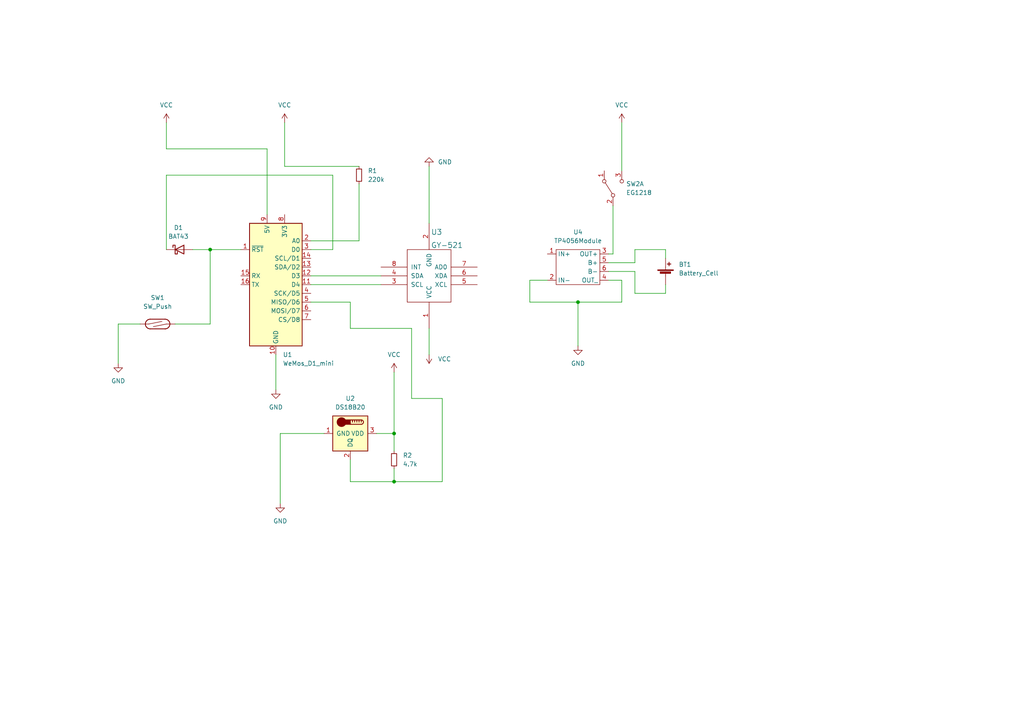
<source format=kicad_sch>
(kicad_sch (version 20211123) (generator eeschema)
  (paper "A4")
  (lib_symbols
    (symbol "Device:Battery_Cell" (pin_numbers hide) (pin_names (offset 0) hide)
      (property "Reference" "BT" (at 2.54 2.54 0))
      (property "Value" "Battery_Cell" (at 2.54 0 0))
      (symbol "Battery_Cell_0_1"
        (rectangle (start -2.286 1.778) (end 2.286 1.524) (fill (type outline)))
        (rectangle (start -1.5748 1.1938) (end 1.4732 0.6858) (fill (type outline)))
        (polyline (pts (xy 0 0.762) (xy 0 0)))
        (polyline (pts (xy 0 1.778) (xy 0 2.54)))
        (polyline (pts (xy 0.508 3.429) (xy 1.524 3.429)) (stroke (width 0.254)))
        (polyline (pts (xy 1.016 3.937) (xy 1.016 2.921)) (stroke (width 0.254)))
      )
      (symbol "Battery_Cell_1_1"
        (pin passive line (at 0 5.08 270) (length 2.54) (name "+") (number "1"))
        (pin passive line (at 0 -2.54 90) (length 2.54) (name "-") (number "2"))
      )
    )
    (symbol "Device:R_Small" (pin_numbers hide) (pin_names (offset 0.254) hide)
      (property "Reference" "R" (at 0.762 0.508 0))
      (property "Value" "R_Small" (at 0.762 -1.016 0))
      (symbol "R_Small_0_1"
        (rectangle (start -0.762 1.778) (end 0.762 -1.778) (stroke (width 0.2032)))
      )
      (symbol "R_Small_1_1"
        (pin passive line (at 0 2.54 270) (length 0.762) (name "~") (number "1"))
        (pin passive line (at 0 -2.54 90) (length 0.762) (name "~") (number "2"))
      )
    )
    (symbol "Diode:BAT43" (pin_numbers hide) (pin_names (offset 1.016) hide)
      (property "Reference" "D" (at 0 2.54 0))
      (property "Value" "BAT43" (at 0 -2.54 0))
      (symbol "BAT43_0_1"
        (polyline (pts (xy 1.27 0) (xy -1.27 0)))
        (polyline (pts (xy 1.27 1.27) (xy 1.27 -1.27) (xy -1.27 0) (xy 1.27 1.27)) (stroke (width 0.254)))
        (polyline (pts (xy -1.905 0.635) (xy -1.905 1.27) (xy -1.27 1.27) (xy -1.27 -1.27) (xy -0.635 -1.27) (xy -0.635 -0.635)) (stroke (width 0.254)))
      )
      (symbol "BAT43_1_1"
        (pin passive line (at -3.81 0 0) (length 2.54) (name "K") (number "1"))
        (pin passive line (at 3.81 0 180) (length 2.54) (name "A") (number "2"))
      )
    )
    (symbol "MCU_Module:WeMos_D1_mini"
      (property "Reference" "U" (at 3.81 19.05 0))
      (property "Value" "WeMos_D1_mini" (at 1.27 -19.05 0))
      (symbol "WeMos_D1_mini_1_1"
        (rectangle (start -7.62 17.78) (end 7.62 -17.78) (stroke (width 0.254)) (fill (type background)))
        (pin input line (at -10.16 10.16 0) (length 2.54) (name "~{RST}") (number "1"))
        (pin power_in line (at 0 -20.32 90) (length 2.54) (name "GND") (number "10"))
        (pin bidirectional line (at 10.16 0 180) (length 2.54) (name "D4") (number "11"))
        (pin bidirectional line (at 10.16 2.54 180) (length 2.54) (name "D3") (number "12"))
        (pin bidirectional line (at 10.16 5.08 180) (length 2.54) (name "SDA/D2") (number "13"))
        (pin bidirectional line (at 10.16 7.62 180) (length 2.54) (name "SCL/D1") (number "14"))
        (pin input line (at -10.16 2.54 0) (length 2.54) (name "RX") (number "15"))
        (pin output line (at -10.16 0 0) (length 2.54) (name "TX") (number "16"))
        (pin input line (at 10.16 12.7 180) (length 2.54) (name "A0") (number "2"))
        (pin bidirectional line (at 10.16 10.16 180) (length 2.54) (name "D0") (number "3"))
        (pin bidirectional line (at 10.16 -2.54 180) (length 2.54) (name "SCK/D5") (number "4"))
        (pin bidirectional line (at 10.16 -5.08 180) (length 2.54) (name "MISO/D6") (number "5"))
        (pin bidirectional line (at 10.16 -7.62 180) (length 2.54) (name "MOSI/D7") (number "6"))
        (pin bidirectional line (at 10.16 -10.16 180) (length 2.54) (name "CS/D8") (number "7"))
        (pin power_out line (at 2.54 20.32 270) (length 2.54) (name "3V3") (number "8"))
        (pin power_in line (at -2.54 20.32 270) (length 2.54) (name "5V") (number "9"))
      )
    )
    (symbol "Sensor_Temperature:DS18B20" (pin_names (offset 1.016))
      (property "Reference" "U" (at -3.81 6.35 0))
      (property "Value" "DS18B20" (at 6.35 6.35 0))
      (symbol "DS18B20_0_1"
        (rectangle (start -5.08 5.08) (end 5.08 -5.08) (stroke (width 0.254)) (fill (type background)))
        (circle (center -3.302 -2.54) (radius 1.27) (stroke (width 0.254)) (fill (type outline)))
        (rectangle (start -2.667 -1.905) (end -3.937 0) (stroke (width 0.254)) (fill (type outline)))
        (arc (start -2.667 3.175) (mid -3.302 3.81) (end -3.937 3.175) (stroke (width 0.254)))
        (polyline (pts (xy -3.937 0.635) (xy -3.302 0.635)) (stroke (width 0.254)))
        (polyline (pts (xy -3.937 1.27) (xy -3.302 1.27)) (stroke (width 0.254)))
        (polyline (pts (xy -3.937 1.905) (xy -3.302 1.905)) (stroke (width 0.254)))
        (polyline (pts (xy -3.937 2.54) (xy -3.302 2.54)) (stroke (width 0.254)))
        (polyline (pts (xy -3.937 3.175) (xy -3.937 0)) (stroke (width 0.254)))
        (polyline (pts (xy -3.937 3.175) (xy -3.302 3.175)) (stroke (width 0.254)))
        (polyline (pts (xy -2.667 3.175) (xy -2.667 0)) (stroke (width 0.254)))
      )
      (symbol "DS18B20_1_1"
        (pin power_in line (at 0 -7.62 90) (length 2.54) (name "GND") (number "1"))
        (pin bidirectional line (at 7.62 0 180) (length 2.54) (name "DQ") (number "2"))
        (pin power_in line (at 0 7.62 270) (length 2.54) (name "VDD") (number "3"))
      )
    )
    (symbol "Switch:SW_DPDT_x2" (pin_names (offset 0) hide)
      (property "Reference" "SW" (at 0 4.318 0))
      (property "Value" "SW_DPDT_x2" (at 0 -5.08 0))
      (symbol "SW_DPDT_x2_0_0"
        (circle (center -2.032 0) (radius 0.508))
        (circle (center 2.032 -2.54) (radius 0.508))
      )
      (symbol "SW_DPDT_x2_0_1"
        (polyline (pts (xy -1.524 0.254) (xy 1.651 2.286)))
        (circle (center 2.032 2.54) (radius 0.508))
      )
      (symbol "SW_DPDT_x2_1_1"
        (pin passive line (at 5.08 2.54 180) (length 2.54) (name "A") (number "1"))
        (pin passive line (at -5.08 0 0) (length 2.54) (name "B") (number "2"))
        (pin passive line (at 5.08 -2.54 180) (length 2.54) (name "C") (number "3"))
      )
      (symbol "SW_DPDT_x2_2_1"
        (pin passive line (at 5.08 2.54 180) (length 2.54) (name "A") (number "4"))
        (pin passive line (at -5.08 0 0) (length 2.54) (name "B") (number "5"))
        (pin passive line (at 5.08 -2.54 180) (length 2.54) (name "C") (number "6"))
      )
    )
    (symbol "Switch:SW_Reed" (pin_numbers hide) (pin_names (offset 0) hide)
      (property "Reference" "SW" (at 0 2.54 0))
      (property "Value" "SW_Reed" (at 0 -2.54 0))
      (symbol "SW_Reed_0_0"
        (arc (start -2.159 1.397) (mid -3.556 0) (end -2.159 -1.397) (stroke (width 0.254)))
        (polyline (pts (xy -2.54 0) (xy 1.27 0.762)))
        (polyline (pts (xy -2.159 -1.397) (xy 2.286 -1.397)) (stroke (width 0.254)))
        (polyline (pts (xy 2.159 1.397) (xy -2.159 1.397)) (stroke (width 0.254)))
        (polyline (pts (xy 2.54 0) (xy -1.27 -0.762)))
        (arc (start 2.159 -1.397) (mid 3.556 0) (end 2.159 1.397) (stroke (width 0.254)))
      )
      (symbol "SW_Reed_1_1"
        (pin passive line (at -5.08 0 0) (length 2.54) (name "1") (number "1"))
        (pin passive line (at 5.08 0 180) (length 2.54) (name "2") (number "2"))
      )
    )
    (symbol "gy-521:GY-521" (pin_names (offset 1.016))
      (property "Reference" "U" (at 2.54 8.89 0))
      (property "Value" "GY-521" (at 5.08 11.43 0))
      (symbol "GY-521_0_1"
        (rectangle (start -6.35 7.62) (end 6.35 -7.62))
      )
      (symbol "GY-521_1_1"
        (pin input line (at 0 15.24 270) (length 7.62) (name "VCC") (number "1"))
        (pin input line (at 0 -15.24 90) (length 7.62) (name "GND") (number "2"))
        (pin input line (at 13.97 2.54 180) (length 7.62) (name "SCL") (number "3"))
        (pin input line (at 13.97 0 180) (length 7.62) (name "SDA") (number "4"))
        (pin input line (at -13.97 2.54 0) (length 7.62) (name "XCL") (number "5"))
        (pin input line (at -13.97 0 0) (length 7.62) (name "XDA") (number "6"))
        (pin input line (at -13.97 -2.54 0) (length 7.62) (name "AD0") (number "7"))
        (pin input line (at 13.97 -2.54 180) (length 7.62) (name "INT") (number "8"))
      )
    )
    (symbol "power:GND" (power) (pin_names (offset 0))
      (property "Value" "GND" (at 0 -3.81 0))
      (symbol "GND_0_1"
        (polyline (pts (xy 0 0) (xy 0 -1.27) (xy 1.27 -1.27) (xy 0 -2.54) (xy -1.27 -1.27) (xy 0 -1.27)))
      )
      (symbol "GND_1_1"
        (pin power_in line (at 0 0 270) (length 0) hide (name "GND") (number "1"))
      )
    )
    (symbol "power:VCC" (power) (pin_names (offset 0))
      (property "Value" "VCC" (at 0 3.81 0))
      (symbol "VCC_0_1"
        (polyline (pts (xy -0.762 1.27) (xy 0 2.54)))
        (polyline (pts (xy 0 0) (xy 0 2.54)))
        (polyline (pts (xy 0 2.54) (xy 0.762 1.27)))
      )
      (symbol "VCC_1_1"
        (pin power_in line (at 0 0 90) (length 0) hide (name "VCC") (number "1"))
      )
    )
    (symbol "tp4056:TP4056Module"
      (property "Reference" "U" (at 0 -8.89 0))
      (property "Value" "TP4056Module" (at 0 6.35 0))
      (symbol "TP4056Module_0_1"
        (rectangle (start -6.35 3.81) (end 6.35 -6.35))
      )
      (symbol "TP4056Module_1_1"
        (pin input line (at -8.89 2.54 0) (length 2.54) (name "IN+") (number "1"))
        (pin input line (at -8.89 -5.08 0) (length 2.54) (name "IN-") (number "2"))
        (pin output line (at 8.89 2.54 180) (length 2.54) (name "OUT+") (number "3"))
        (pin output line (at 8.89 -5.08 180) (length 2.54) (name "OUT_") (number "4"))
        (pin output line (at 8.89 0 180) (length 2.54) (name "B+") (number "5"))
        (pin output line (at 8.89 -2.54 180) (length 2.54) (name "B-") (number "6"))
      )
    )
  )
  (junction (at 114.3 125.73))
  (junction (at 167.64 87.63))
  (junction (at 114.3 139.7))
  (junction (at 60.96 72.39))
  (wire (pts (xy 96.52 50.8) (xy 96.52 72.39)))
  (wire (pts (xy 114.3 107.95) (xy 114.3 125.73)))
  (wire (pts (xy 82.55 48.26) (xy 82.55 35.56)))
  (wire (pts (xy 119.38 95.25) (xy 101.6 95.25)))
  (wire (pts (xy 124.46 48.26) (xy 124.46 64.77)))
  (wire (pts (xy 90.17 69.85) (xy 104.14 69.85)))
  (wire (pts (xy 184.15 76.2) (xy 184.15 72.39)))
  (wire (pts (xy 177.8 59.69) (xy 177.8 73.66)))
  (wire (pts (xy 193.04 72.39) (xy 193.04 74.93)))
  (wire (pts (xy 177.8 73.66) (xy 176.53 73.66)))
  (wire (pts (xy 101.6 139.7) (xy 114.3 139.7)))
  (wire (pts (xy 176.53 81.28) (xy 180.34 81.28)))
  (wire (pts (xy 167.64 87.63) (xy 167.64 100.33)))
  (wire (pts (xy 48.26 35.56) (xy 48.26 43.18)))
  (wire (pts (xy 77.47 43.18) (xy 48.26 43.18)))
  (wire (pts (xy 101.6 95.25) (xy 101.6 87.63)))
  (wire (pts (xy 124.46 95.25) (xy 124.46 102.87)))
  (wire (pts (xy 114.3 135.89) (xy 114.3 139.7)))
  (wire (pts (xy 119.38 115.57) (xy 119.38 95.25)))
  (wire (pts (xy 114.3 125.73) (xy 114.3 130.81)))
  (wire (pts (xy 176.53 78.74) (xy 184.15 78.74)))
  (wire (pts (xy 128.27 115.57) (xy 119.38 115.57)))
  (wire (pts (xy 184.15 72.39) (xy 193.04 72.39)))
  (wire (pts (xy 153.67 87.63) (xy 167.64 87.63)))
  (wire (pts (xy 48.26 50.8) (xy 48.26 72.39)))
  (wire (pts (xy 158.75 81.28) (xy 153.67 81.28)))
  (wire (pts (xy 48.26 50.8) (xy 96.52 50.8)))
  (wire (pts (xy 93.98 125.73) (xy 81.28 125.73)))
  (wire (pts (xy 55.88 72.39) (xy 60.96 72.39)))
  (wire (pts (xy 180.34 35.56) (xy 180.34 49.53)))
  (wire (pts (xy 104.14 48.26) (xy 82.55 48.26)))
  (wire (pts (xy 180.34 81.28) (xy 180.34 87.63)))
  (wire (pts (xy 104.14 69.85) (xy 104.14 53.34)))
  (wire (pts (xy 109.22 125.73) (xy 114.3 125.73)))
  (wire (pts (xy 184.15 78.74) (xy 184.15 85.09)))
  (wire (pts (xy 77.47 43.18) (xy 77.47 62.23)))
  (wire (pts (xy 128.27 139.7) (xy 128.27 115.57)))
  (wire (pts (xy 34.29 93.98) (xy 34.29 105.41)))
  (wire (pts (xy 184.15 85.09) (xy 193.04 85.09)))
  (wire (pts (xy 80.01 102.87) (xy 80.01 113.03)))
  (wire (pts (xy 90.17 82.55) (xy 110.49 82.55)))
  (wire (pts (xy 90.17 80.01) (xy 110.49 80.01)))
  (wire (pts (xy 50.8 93.98) (xy 60.96 93.98)))
  (wire (pts (xy 193.04 85.09) (xy 193.04 82.55)))
  (wire (pts (xy 180.34 87.63) (xy 167.64 87.63)))
  (wire (pts (xy 81.28 125.73) (xy 81.28 146.05)))
  (wire (pts (xy 114.3 139.7) (xy 128.27 139.7)))
  (wire (pts (xy 60.96 93.98) (xy 60.96 72.39)))
  (wire (pts (xy 101.6 133.35) (xy 101.6 139.7)))
  (wire (pts (xy 60.96 72.39) (xy 69.85 72.39)))
  (wire (pts (xy 153.67 81.28) (xy 153.67 87.63)))
  (wire (pts (xy 96.52 72.39) (xy 90.17 72.39)))
  (wire (pts (xy 176.53 76.2) (xy 184.15 76.2)))
  (wire (pts (xy 101.6 87.63) (xy 90.17 87.63)))
  (wire (pts (xy 40.64 93.98) (xy 34.29 93.98)))
  (symbol (lib_id "gy-521:GY-521") (at 124.46 80.01 180) (unit 1)
    (property "Reference" "U3" (at 124.9806 67.31 0) (effects (font (size 1.524 1.524)) (justify right)))
    (property "Value" "GY-521" (at 124.9806 71.12 0) (effects (font (size 1.524 1.524)) (justify right)))
    (property "Footprint" "libs:GY-521-minimal" (effects hide))
  )
  (symbol (lib_id "power:GND") (at 167.64 100.33 0) (unit 1)
    (property "Reference" "#PWR08" (effects hide))
    (property "Value" "GND" (at 167.64 105.41 0))
  )
  (symbol (lib_id "power:VCC") (at 124.46 102.87 180) (unit 1)
    (property "Reference" "#PWR07" (effects hide))
    (property "Value" "VCC" (at 127 104.1399 0) (effects (justify right)))
  )
  (symbol (lib_id "power:VCC") (at 180.34 35.56 0) (unit 1)
    (property "Reference" "#PWR09" (effects hide))
    (property "Value" "VCC" (at 180.34 30.48 0))
  )
  (symbol (lib_id "tp4056:TP4056Module") (at 167.64 76.2 0) (unit 1)
    (property "Reference" "U4" (at 167.64 67.31 0))
    (property "Value" "TP4056Module" (at 167.64 69.85 0))
    (property "Footprint" "libs:TP4056-18650" (effects hide))
  )
  (symbol (lib_id "power:VCC") (at 82.55 35.56 0) (unit 1)
    (property "Reference" "#PWR04" (effects hide))
    (property "Value" "VCC" (at 82.55 30.48 0))
  )
  (symbol (lib_id "Switch:SW_DPDT_x2") (at 177.8 54.61 90) (unit 1)
    (property "Reference" "SW2" (at 181.61 53.3399 90) (effects (justify right)))
    (property "Value" "EG1218" (at 181.61 55.8799 90) (effects (justify right)))
    (property "Footprint" "Button_Switch_THT:SW_CuK_OS102011MA1QN1_SPDT_Angled" (effects hide))
  )
  (symbol (lib_id "power:GND") (at 81.28 146.05 0) (unit 1)
    (property "Reference" "#PWR03" (effects hide))
    (property "Value" "GND" (at 81.28 151.13 0))
  )
  (symbol (lib_id "power:VCC") (at 114.3 107.95 0) (unit 1)
    (property "Reference" "#PWR05" (effects hide))
    (property "Value" "VCC" (at 114.3 102.87 0))
  )
  (symbol (lib_id "Sensor_Temperature:DS18B20") (at 101.6 125.73 270) (unit 1)
    (property "Reference" "U2" (at 101.6 115.57 90))
    (property "Value" "DS18B20" (at 101.6 118.11 90))
    (property "Footprint" "Package_TO_SOT_THT:TO-92_Inline_Wide" (effects hide))
    (property "Datasheet" "http://datasheets.maximintegrated.com/en/ds/DS18B20.pdf" (effects hide))
  )
  (symbol (lib_id "MCU_Module:WeMos_D1_mini") (at 80.01 82.55 0) (unit 1)
    (property "Reference" "U1" (at 82.0294 102.87 0) (effects (justify left)))
    (property "Value" "WeMos_D1_mini" (at 82.0294 105.41 0) (effects (justify left)))
    (property "Footprint" "libs:WEMOS_D1_mini_light_minimal" (effects hide))
    (property "Datasheet" "https://wiki.wemos.cc/products:d1:d1_mini#documentation" (effects hide))
  )
  (symbol (lib_id "power:GND") (at 124.46 48.26 180) (unit 1)
    (property "Reference" "#PWR06" (effects hide))
    (property "Value" "GND" (at 127 46.9899 0) (effects (justify right)))
  )
  (symbol (lib_id "Switch:SW_Reed") (at 45.72 93.98 0) (unit 1)
    (property "Reference" "SW1" (at 45.72 86.36 0))
    (property "Value" "SW_Push" (at 45.72 88.9 0))
    (property "Footprint" "Resistor_THT:R_Axial_DIN0516_L15.5mm_D5.0mm_P20.32mm_Horizontal" (effects hide))
  )
  (symbol (lib_id "power:GND") (at 80.01 113.03 0) (unit 1)
    (property "Reference" "#PWR0101" (effects hide))
    (property "Value" "GND" (at 80.01 118.11 0))
  )
  (symbol (lib_id "Diode:BAT43") (at 52.07 72.39 0) (unit 1)
    (property "Reference" "D1" (at 51.7525 66.04 0))
    (property "Value" "BAT43" (at 51.7525 68.58 0))
    (property "Footprint" "Diode_THT:D_DO-35_SOD27_P7.62mm_Horizontal" (effects hide))
    (property "Datasheet" "http://www.vishay.com/docs/85660/bat42.pdf" (effects hide))
  )
  (symbol (lib_id "power:VCC") (at 48.26 35.56 0) (unit 1)
    (property "Reference" "#PWR02" (effects hide))
    (property "Value" "VCC" (at 48.26 30.48 0))
  )
  (symbol (lib_id "power:GND") (at 34.29 105.41 0) (unit 1)
    (property "Reference" "#PWR01" (effects hide))
    (property "Value" "GND" (at 34.29 110.49 0))
  )
  (symbol (lib_id "Device:R_Small") (at 104.14 50.8 0) (unit 1)
    (property "Reference" "R1" (at 106.68 49.5299 0) (effects (justify left)))
    (property "Value" "220k" (at 106.68 52.0699 0) (effects (justify left)))
    (property "Footprint" "Resistor_THT:R_Axial_DIN0204_L3.6mm_D1.6mm_P7.62mm_Horizontal" (effects hide))
  )
  (symbol (lib_id "Device:Battery_Cell") (at 193.04 80.01 0) (unit 1)
    (property "Reference" "BT1" (at 196.85 76.7079 0) (effects (justify left)))
    (property "Value" "Battery_Cell" (at 196.85 79.2479 0) (effects (justify left)))
    (property "Footprint" "libs:BatteryHolder_Keystone_1042_1x18650_movable" (effects hide))
  )
  (symbol (lib_id "Device:R_Small") (at 114.3 133.35 0) (unit 1)
    (property "Reference" "R2" (at 116.84 132.0799 0) (effects (justify left)))
    (property "Value" "4.7k" (at 116.84 134.6199 0) (effects (justify left)))
    (property "Footprint" "Resistor_THT:R_Axial_DIN0204_L3.6mm_D1.6mm_P7.62mm_Horizontal" (effects hide))
  )
)
</source>
